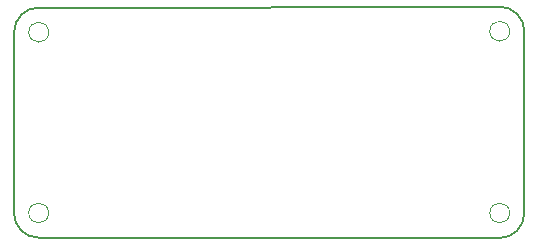
<source format=gm1>
%TF.GenerationSoftware,KiCad,Pcbnew,9.0.1*%
%TF.CreationDate,2025-08-14T16:00:01+05:30*%
%TF.ProjectId,TinySolarSupply,54696e79-536f-46c6-9172-537570706c79,rev?*%
%TF.SameCoordinates,Original*%
%TF.FileFunction,Profile,NP*%
%FSLAX46Y46*%
G04 Gerber Fmt 4.6, Leading zero omitted, Abs format (unit mm)*
G04 Created by KiCad (PCBNEW 9.0.1) date 2025-08-14 16:00:01*
%MOMM*%
%LPD*%
G01*
G04 APERTURE LIST*
%TA.AperFunction,Profile*%
%ADD10C,0.050000*%
%TD*%
%TA.AperFunction,Profile*%
%ADD11C,0.200000*%
%TD*%
G04 APERTURE END LIST*
D10*
X138894481Y-100373519D02*
G75*
G02*
X137203519Y-100373519I-845481J0D01*
G01*
X137203519Y-100373519D02*
G75*
G02*
X138894481Y-100373519I845481J0D01*
G01*
D11*
X96926400Y-100457000D02*
X96926400Y-115773200D01*
D10*
X99861962Y-115765919D02*
G75*
G02*
X98171000Y-115765919I-845481J0D01*
G01*
X98171000Y-115765919D02*
G75*
G02*
X99861962Y-115765919I845481J0D01*
G01*
D11*
X99009200Y-98374200D02*
X138043228Y-98298008D01*
X138043228Y-98298008D02*
G75*
G02*
X140131800Y-100380800I5772J-2082792D01*
G01*
X96926400Y-100457000D02*
G75*
G02*
X99009200Y-98374200I2082800J0D01*
G01*
X140131800Y-115798600D02*
G75*
G02*
X138049000Y-117881400I-2082800J0D01*
G01*
D10*
X99861962Y-100457000D02*
G75*
G02*
X98171000Y-100457000I-845481J0D01*
G01*
X98171000Y-100457000D02*
G75*
G02*
X99861962Y-100457000I845481J0D01*
G01*
D11*
X99007663Y-117855999D02*
X138047645Y-117881399D01*
D10*
X138894481Y-115765919D02*
G75*
G02*
X137203519Y-115765919I-845481J0D01*
G01*
X137203519Y-115765919D02*
G75*
G02*
X138894481Y-115765919I845481J0D01*
G01*
D11*
X99009200Y-117856000D02*
G75*
G02*
X96926400Y-115773200I0J2082800D01*
G01*
X140131800Y-100380800D02*
X140131800Y-115798600D01*
M02*

</source>
